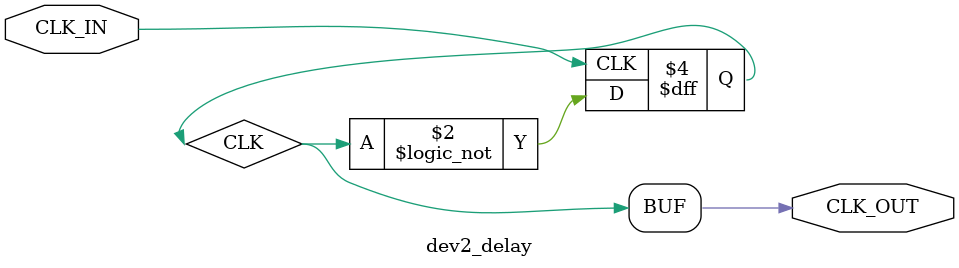
<source format=v>
module dev2_delay(
input wire CLK_IN,
output CLK_OUT
);

reg CLK=0;
assign CLK_OUT=CLK;

always @(negedge CLK_IN)
begin
	CLK=!CLK;
end 
endmodule

</source>
